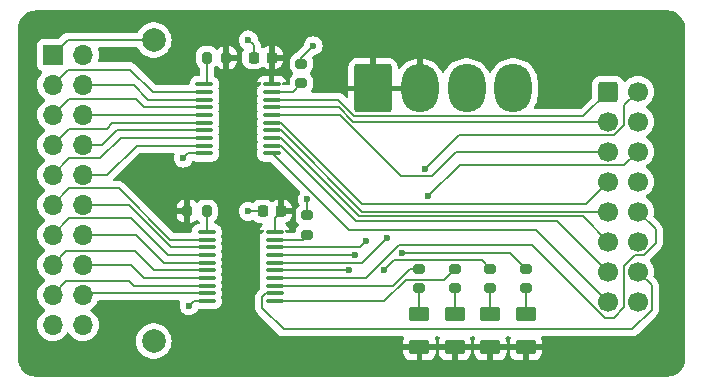
<source format=gtl>
G04 #@! TF.GenerationSoftware,KiCad,Pcbnew,8.0.8-8.0.8-0~ubuntu22.04.1*
G04 #@! TF.CreationDate,2025-01-23T22:17:41+01:00*
G04 #@! TF.ProjectId,glm5va,676c6d35-7661-42e6-9b69-6361645f7063,v1.0*
G04 #@! TF.SameCoordinates,Original*
G04 #@! TF.FileFunction,Copper,L1,Top*
G04 #@! TF.FilePolarity,Positive*
%FSLAX46Y46*%
G04 Gerber Fmt 4.6, Leading zero omitted, Abs format (unit mm)*
G04 Created by KiCad (PCBNEW 8.0.8-8.0.8-0~ubuntu22.04.1) date 2025-01-23 22:17:41*
%MOMM*%
%LPD*%
G01*
G04 APERTURE LIST*
G04 Aperture macros list*
%AMRoundRect*
0 Rectangle with rounded corners*
0 $1 Rounding radius*
0 $2 $3 $4 $5 $6 $7 $8 $9 X,Y pos of 4 corners*
0 Add a 4 corners polygon primitive as box body*
4,1,4,$2,$3,$4,$5,$6,$7,$8,$9,$2,$3,0*
0 Add four circle primitives for the rounded corners*
1,1,$1+$1,$2,$3*
1,1,$1+$1,$4,$5*
1,1,$1+$1,$6,$7*
1,1,$1+$1,$8,$9*
0 Add four rect primitives between the rounded corners*
20,1,$1+$1,$2,$3,$4,$5,0*
20,1,$1+$1,$4,$5,$6,$7,0*
20,1,$1+$1,$6,$7,$8,$9,0*
20,1,$1+$1,$8,$9,$2,$3,0*%
G04 Aperture macros list end*
G04 #@! TA.AperFunction,ComponentPad*
%ADD10RoundRect,0.250000X-0.600000X-0.600000X0.600000X-0.600000X0.600000X0.600000X-0.600000X0.600000X0*%
G04 #@! TD*
G04 #@! TA.AperFunction,ComponentPad*
%ADD11C,1.700000*%
G04 #@! TD*
G04 #@! TA.AperFunction,ComponentPad*
%ADD12R,1.700000X1.700000*%
G04 #@! TD*
G04 #@! TA.AperFunction,ComponentPad*
%ADD13O,1.700000X1.700000*%
G04 #@! TD*
G04 #@! TA.AperFunction,SMDPad,CuDef*
%ADD14RoundRect,0.225000X-0.225000X-0.250000X0.225000X-0.250000X0.225000X0.250000X-0.225000X0.250000X0*%
G04 #@! TD*
G04 #@! TA.AperFunction,SMDPad,CuDef*
%ADD15RoundRect,0.200000X0.200000X0.275000X-0.200000X0.275000X-0.200000X-0.275000X0.200000X-0.275000X0*%
G04 #@! TD*
G04 #@! TA.AperFunction,SMDPad,CuDef*
%ADD16RoundRect,0.250000X-0.625000X0.375000X-0.625000X-0.375000X0.625000X-0.375000X0.625000X0.375000X0*%
G04 #@! TD*
G04 #@! TA.AperFunction,SMDPad,CuDef*
%ADD17RoundRect,0.200000X0.275000X-0.200000X0.275000X0.200000X-0.275000X0.200000X-0.275000X-0.200000X0*%
G04 #@! TD*
G04 #@! TA.AperFunction,ComponentPad*
%ADD18C,2.000000*%
G04 #@! TD*
G04 #@! TA.AperFunction,SMDPad,CuDef*
%ADD19RoundRect,0.100000X-0.637500X-0.100000X0.637500X-0.100000X0.637500X0.100000X-0.637500X0.100000X0*%
G04 #@! TD*
G04 #@! TA.AperFunction,ComponentPad*
%ADD20RoundRect,0.250000X-1.330000X-1.800000X1.330000X-1.800000X1.330000X1.800000X-1.330000X1.800000X0*%
G04 #@! TD*
G04 #@! TA.AperFunction,ComponentPad*
%ADD21O,3.160000X4.100000*%
G04 #@! TD*
G04 #@! TA.AperFunction,ViaPad*
%ADD22C,0.600000*%
G04 #@! TD*
G04 #@! TA.AperFunction,Conductor*
%ADD23C,0.200000*%
G04 #@! TD*
G04 APERTURE END LIST*
D10*
X166960000Y-76880000D03*
D11*
X169500000Y-76880000D03*
X166960000Y-79420000D03*
X169500000Y-79420000D03*
X166960000Y-81960000D03*
X169500000Y-81960000D03*
X166960000Y-84500000D03*
X169500000Y-84500000D03*
X166960000Y-87040000D03*
X169500000Y-87040000D03*
X166960000Y-89580000D03*
X169500000Y-89580000D03*
X166960000Y-92120000D03*
X169500000Y-92120000D03*
X166960000Y-94660000D03*
X169500000Y-94660000D03*
D12*
X119960000Y-73760000D03*
D13*
X122500000Y-73760000D03*
X119960000Y-76300000D03*
X122500000Y-76300000D03*
X119960000Y-78840000D03*
X122500000Y-78840000D03*
X119960000Y-81380000D03*
X122500000Y-81380000D03*
X119960000Y-83920000D03*
X122500000Y-83920000D03*
X119960000Y-86460000D03*
X122500000Y-86460000D03*
X119960000Y-89000000D03*
X122500000Y-89000000D03*
X119960000Y-91540000D03*
X122500000Y-91540000D03*
X119960000Y-94080000D03*
X122500000Y-94080000D03*
X119960000Y-96620000D03*
X122500000Y-96620000D03*
D14*
X137725000Y-87000000D03*
X139275000Y-87000000D03*
D15*
X134650000Y-74000000D03*
X133000000Y-74000000D03*
D16*
X157000000Y-95700000D03*
X157000000Y-98500000D03*
X151000000Y-95700000D03*
X151000000Y-98500000D03*
D15*
X133000000Y-87000000D03*
X131350000Y-87000000D03*
D17*
X141500000Y-89000000D03*
X141500000Y-87350000D03*
X154000000Y-93500000D03*
X154000000Y-91850000D03*
D18*
X128500000Y-72500000D03*
D17*
X151000000Y-93500000D03*
X151000000Y-91850000D03*
X160000000Y-93500000D03*
X160000000Y-91850000D03*
D19*
X133000000Y-88750000D03*
X133000000Y-89400000D03*
X133000000Y-90050000D03*
X133000000Y-90700000D03*
X133000000Y-91350000D03*
X133000000Y-92000000D03*
X133000000Y-92650000D03*
X133000000Y-93300000D03*
X133000000Y-93950000D03*
X133000000Y-94600000D03*
X138725000Y-94600000D03*
X138725000Y-93950000D03*
X138725000Y-93300000D03*
X138725000Y-92650000D03*
X138725000Y-92000000D03*
X138725000Y-91350000D03*
X138725000Y-90700000D03*
X138725000Y-90050000D03*
X138725000Y-89400000D03*
X138725000Y-88750000D03*
D20*
X147060000Y-76605000D03*
D21*
X151020000Y-76605000D03*
X154980000Y-76605000D03*
X158940000Y-76605000D03*
D18*
X128500000Y-98000000D03*
D16*
X160000000Y-95700000D03*
X160000000Y-98500000D03*
D17*
X141000000Y-76150000D03*
X141000000Y-74500000D03*
X157000000Y-93500000D03*
X157000000Y-91850000D03*
D19*
X132775000Y-76250000D03*
X132775000Y-76900000D03*
X132775000Y-77550000D03*
X132775000Y-78200000D03*
X132775000Y-78850000D03*
X132775000Y-79500000D03*
X132775000Y-80150000D03*
X132775000Y-80800000D03*
X132775000Y-81450000D03*
X132775000Y-82100000D03*
X138500000Y-82100000D03*
X138500000Y-81450000D03*
X138500000Y-80800000D03*
X138500000Y-80150000D03*
X138500000Y-79500000D03*
X138500000Y-78850000D03*
X138500000Y-78200000D03*
X138500000Y-77550000D03*
X138500000Y-76900000D03*
X138500000Y-76250000D03*
D16*
X154000000Y-95700000D03*
X154000000Y-98500000D03*
D14*
X136950000Y-74000000D03*
X138500000Y-74000000D03*
D22*
X141500000Y-86000000D03*
X142000000Y-73000000D03*
X136500000Y-72500000D03*
X136500000Y-87000000D03*
X131000000Y-82500000D03*
X131500000Y-95000000D03*
X146500000Y-89500000D03*
X151500000Y-83385356D03*
X148250000Y-89250000D03*
X151750000Y-85750000D03*
X149500000Y-90500000D03*
X145500000Y-90700000D03*
X145000000Y-92000000D03*
X148000000Y-92000000D03*
D23*
X129984314Y-90050000D02*
X126394314Y-86460000D01*
X121350000Y-85070000D02*
X119960000Y-86460000D01*
X133000000Y-90050000D02*
X129984314Y-90050000D01*
X126394314Y-86460000D02*
X122500000Y-86460000D01*
X133000000Y-89400000D02*
X129900000Y-89400000D01*
X129900000Y-89400000D02*
X125570000Y-85070000D01*
X125570000Y-85070000D02*
X121350000Y-85070000D01*
X133000000Y-90700000D02*
X129700000Y-90700000D01*
X129700000Y-90700000D02*
X126610000Y-87610000D01*
X126610000Y-87610000D02*
X121350000Y-87610000D01*
X121350000Y-87610000D02*
X119960000Y-89000000D01*
X138725000Y-87550000D02*
X139275000Y-87000000D01*
X138725000Y-88750000D02*
X138725000Y-87550000D01*
X141000000Y-74500000D02*
X141000000Y-74000000D01*
X136950000Y-74000000D02*
X136950000Y-72950000D01*
X136950000Y-72950000D02*
X136500000Y-72500000D01*
X132775000Y-82100000D02*
X131400000Y-82100000D01*
X141500000Y-87350000D02*
X141500000Y-86000000D01*
X131400000Y-82100000D02*
X131000000Y-82500000D01*
X131900000Y-94600000D02*
X131500000Y-95000000D01*
X141000000Y-74000000D02*
X142000000Y-73000000D01*
X137725000Y-87000000D02*
X136500000Y-87000000D01*
X133000000Y-94600000D02*
X131900000Y-94600000D01*
X160000000Y-93500000D02*
X160000000Y-95700000D01*
X157000000Y-93500000D02*
X157000000Y-95700000D01*
X154000000Y-93500000D02*
X154000000Y-95700000D01*
X119960000Y-73760000D02*
X121220000Y-72500000D01*
X121220000Y-72500000D02*
X128500000Y-72500000D01*
X139237499Y-81450000D02*
X138500000Y-81450000D01*
X145627499Y-87840000D02*
X139237499Y-81450000D01*
X166960000Y-92120000D02*
X162680000Y-87840000D01*
X162680000Y-87840000D02*
X145627499Y-87840000D01*
X145950000Y-90050000D02*
X146500000Y-89500000D01*
X169500000Y-76880000D02*
X168350000Y-78030000D01*
X154315356Y-80570000D02*
X151500000Y-83385356D01*
X138725000Y-90050000D02*
X145950000Y-90050000D01*
X168350000Y-78030000D02*
X168350000Y-79656346D01*
X167436346Y-80570000D02*
X154315356Y-80570000D01*
X168350000Y-79656346D02*
X167436346Y-80570000D01*
X146137499Y-86400000D02*
X165060000Y-86400000D01*
X139237499Y-79500000D02*
X146137499Y-86400000D01*
X165060000Y-86400000D02*
X166960000Y-84500000D01*
X138500000Y-79500000D02*
X139237499Y-79500000D01*
X169500000Y-81960000D02*
X168350000Y-83110000D01*
X168350000Y-83110000D02*
X154390000Y-83110000D01*
X154390000Y-83110000D02*
X151750000Y-85750000D01*
X138725000Y-91350000D02*
X146150000Y-91350000D01*
X146150000Y-91350000D02*
X148250000Y-89250000D01*
X160900000Y-88600000D02*
X145000000Y-88600000D01*
X166960000Y-94660000D02*
X160900000Y-88600000D01*
X145000000Y-88600000D02*
X138500000Y-82100000D01*
X139237499Y-80800000D02*
X138500000Y-80800000D01*
X145877499Y-87440000D02*
X139237499Y-80800000D01*
X166960000Y-89580000D02*
X164820000Y-87440000D01*
X164820000Y-87440000D02*
X145877499Y-87440000D01*
X138500000Y-78850000D02*
X144258884Y-78850000D01*
X144258884Y-78850000D02*
X149444240Y-84035356D01*
X166960000Y-81960000D02*
X154110711Y-81960000D01*
X149444240Y-84035356D02*
X152035356Y-84035356D01*
X154110711Y-81960000D02*
X152035356Y-84035356D01*
X137687500Y-94250001D02*
X137687500Y-95187500D01*
X137987501Y-93950000D02*
X137687500Y-94250001D01*
X170650000Y-95350000D02*
X170650000Y-93270000D01*
X137687500Y-95187500D02*
X139500000Y-97000000D01*
X138725000Y-93950000D02*
X137987501Y-93950000D01*
X139500000Y-97000000D02*
X169000000Y-97000000D01*
X169000000Y-97000000D02*
X170650000Y-95350000D01*
X170650000Y-93270000D02*
X169500000Y-92120000D01*
X138500000Y-80150000D02*
X139237499Y-80150000D01*
X139237499Y-80150000D02*
X146127499Y-87040000D01*
X146127499Y-87040000D02*
X166960000Y-87040000D01*
X164885000Y-78955000D02*
X166960000Y-76880000D01*
X138500000Y-77550000D02*
X144090256Y-77550000D01*
X144090256Y-77550000D02*
X145495256Y-78955000D01*
X145495256Y-78955000D02*
X164885000Y-78955000D01*
X144174570Y-78200000D02*
X145394570Y-79420000D01*
X145394570Y-79420000D02*
X166960000Y-79420000D01*
X138500000Y-78200000D02*
X144174570Y-78200000D01*
X169976346Y-90730000D02*
X171000000Y-89706346D01*
X171000000Y-89706346D02*
X171000000Y-88540000D01*
X160523654Y-89850000D02*
X166673654Y-96000000D01*
X171000000Y-88540000D02*
X169500000Y-87040000D01*
X169263654Y-90730000D02*
X169976346Y-90730000D01*
X166673654Y-96000000D02*
X167486346Y-96000000D01*
X167486346Y-96000000D02*
X168350000Y-95136346D01*
X168350000Y-91643654D02*
X169263654Y-90730000D01*
X168350000Y-95136346D02*
X168350000Y-91643654D01*
X146430761Y-92650000D02*
X149230761Y-89850000D01*
X149230761Y-89850000D02*
X160523654Y-89850000D01*
X138725000Y-92650000D02*
X146430761Y-92650000D01*
X151000000Y-93500000D02*
X151000000Y-95700000D01*
X138725000Y-89400000D02*
X141100000Y-89400000D01*
X141100000Y-89400000D02*
X141500000Y-89000000D01*
X140250000Y-76900000D02*
X141000000Y-76150000D01*
X138500000Y-76900000D02*
X140250000Y-76900000D01*
X133000000Y-76025000D02*
X133000000Y-74000000D01*
X132775000Y-76250000D02*
X133000000Y-76025000D01*
X133000000Y-87000000D02*
X133000000Y-88750000D01*
X160000000Y-91850000D02*
X158650000Y-90500000D01*
X158650000Y-90500000D02*
X149500000Y-90500000D01*
X138725000Y-90700000D02*
X145500000Y-90700000D01*
X145000000Y-92000000D02*
X138725000Y-92000000D01*
X157000000Y-91850000D02*
X156300000Y-91150000D01*
X148850000Y-91150000D02*
X148000000Y-92000000D01*
X156300000Y-91150000D02*
X148850000Y-91150000D01*
X148031371Y-94600000D02*
X138725000Y-94600000D01*
X149831371Y-92800000D02*
X148031371Y-94600000D01*
X154000000Y-91850000D02*
X153050000Y-92800000D01*
X153050000Y-92800000D02*
X149831371Y-92800000D01*
X148765686Y-93300000D02*
X138725000Y-93300000D01*
X151000000Y-91850000D02*
X150215686Y-91850000D01*
X150215686Y-91850000D02*
X148765686Y-93300000D01*
X132775000Y-80800000D02*
X125700000Y-80800000D01*
X123970000Y-82530000D02*
X121350000Y-82530000D01*
X121350000Y-82530000D02*
X119960000Y-83920000D01*
X125700000Y-80800000D02*
X123970000Y-82530000D01*
X132775000Y-76900000D02*
X128400000Y-76900000D01*
X126500000Y-75000000D02*
X121260000Y-75000000D01*
X121260000Y-75000000D02*
X119960000Y-76300000D01*
X128400000Y-76900000D02*
X126500000Y-75000000D01*
X121110000Y-90390000D02*
X119960000Y-91540000D01*
X126890000Y-90390000D02*
X121110000Y-90390000D01*
X133000000Y-92000000D02*
X128500000Y-92000000D01*
X128500000Y-92000000D02*
X126890000Y-90390000D01*
X132775000Y-80150000D02*
X125350000Y-80150000D01*
X124120000Y-81380000D02*
X122500000Y-81380000D01*
X125350000Y-80150000D02*
X124120000Y-81380000D01*
X132775000Y-81450000D02*
X127050000Y-81450000D01*
X124580000Y-83920000D02*
X122500000Y-83920000D01*
X127050000Y-81450000D02*
X124580000Y-83920000D01*
X121110000Y-92930000D02*
X119960000Y-94080000D01*
X126800000Y-93300000D02*
X126430000Y-92930000D01*
X126430000Y-92930000D02*
X121110000Y-92930000D01*
X133000000Y-93300000D02*
X126800000Y-93300000D01*
X132775000Y-78850000D02*
X122510000Y-78850000D01*
X122510000Y-78850000D02*
X122500000Y-78840000D01*
X129350000Y-91350000D02*
X127000000Y-89000000D01*
X133000000Y-91350000D02*
X129350000Y-91350000D01*
X127000000Y-89000000D02*
X122500000Y-89000000D01*
X133000000Y-93950000D02*
X122630000Y-93950000D01*
X122630000Y-93950000D02*
X122500000Y-94080000D01*
X127650000Y-92650000D02*
X126540000Y-91540000D01*
X133000000Y-92650000D02*
X127650000Y-92650000D01*
X126540000Y-91540000D02*
X122500000Y-91540000D01*
X124500000Y-80000000D02*
X121340000Y-80000000D01*
X132775000Y-79500000D02*
X125000000Y-79500000D01*
X125000000Y-79500000D02*
X124500000Y-80000000D01*
X121340000Y-80000000D02*
X119960000Y-81380000D01*
X121300000Y-77500000D02*
X119960000Y-78840000D01*
X127000000Y-77500000D02*
X121300000Y-77500000D01*
X132775000Y-78200000D02*
X127700000Y-78200000D01*
X127700000Y-78200000D02*
X127000000Y-77500000D01*
X126800000Y-76300000D02*
X122500000Y-76300000D01*
X128050000Y-77550000D02*
X126800000Y-76300000D01*
X132775000Y-77550000D02*
X128050000Y-77550000D01*
G04 #@! TA.AperFunction,Conductor*
G36*
X150202665Y-76357064D02*
G01*
X150170000Y-76521282D01*
X150170000Y-76688718D01*
X150202665Y-76852936D01*
X150203520Y-76855000D01*
X147876480Y-76855000D01*
X147877335Y-76852936D01*
X147910000Y-76688718D01*
X147910000Y-76521282D01*
X147877335Y-76357064D01*
X147876480Y-76355000D01*
X150203520Y-76355000D01*
X150202665Y-76357064D01*
G37*
G04 #@! TD.AperFunction*
G04 #@! TA.AperFunction,Conductor*
G36*
X172004418Y-70000816D02*
G01*
X172204561Y-70015130D01*
X172222063Y-70017647D01*
X172413797Y-70059355D01*
X172430755Y-70064334D01*
X172614609Y-70132909D01*
X172630701Y-70140259D01*
X172802904Y-70234288D01*
X172817784Y-70243849D01*
X172974867Y-70361441D01*
X172988237Y-70373027D01*
X173126972Y-70511762D01*
X173138558Y-70525132D01*
X173256146Y-70682210D01*
X173265711Y-70697095D01*
X173359740Y-70869298D01*
X173367090Y-70885390D01*
X173435662Y-71069236D01*
X173440646Y-71086212D01*
X173482351Y-71277931D01*
X173484869Y-71295442D01*
X173499184Y-71495580D01*
X173499500Y-71504427D01*
X173499500Y-99495572D01*
X173499184Y-99504419D01*
X173484869Y-99704557D01*
X173482351Y-99722068D01*
X173440646Y-99913787D01*
X173435662Y-99930763D01*
X173367090Y-100114609D01*
X173359740Y-100130701D01*
X173265711Y-100302904D01*
X173256146Y-100317789D01*
X173138558Y-100474867D01*
X173126972Y-100488237D01*
X172988237Y-100626972D01*
X172974867Y-100638558D01*
X172817789Y-100756146D01*
X172802904Y-100765711D01*
X172630701Y-100859740D01*
X172614609Y-100867090D01*
X172430763Y-100935662D01*
X172413787Y-100940646D01*
X172222068Y-100982351D01*
X172204557Y-100984869D01*
X172023779Y-100997799D01*
X172004417Y-100999184D01*
X171995572Y-100999500D01*
X118504428Y-100999500D01*
X118495582Y-100999184D01*
X118473622Y-100997613D01*
X118295442Y-100984869D01*
X118277931Y-100982351D01*
X118086212Y-100940646D01*
X118069236Y-100935662D01*
X117885390Y-100867090D01*
X117869298Y-100859740D01*
X117697095Y-100765711D01*
X117682210Y-100756146D01*
X117525132Y-100638558D01*
X117511762Y-100626972D01*
X117373027Y-100488237D01*
X117361441Y-100474867D01*
X117243849Y-100317784D01*
X117234288Y-100302904D01*
X117140259Y-100130701D01*
X117132909Y-100114609D01*
X117072091Y-99951551D01*
X117064334Y-99930755D01*
X117059355Y-99913797D01*
X117017647Y-99722063D01*
X117015130Y-99704556D01*
X117008689Y-99614505D01*
X117000816Y-99504418D01*
X117000500Y-99495572D01*
X117000500Y-97999994D01*
X126994357Y-97999994D01*
X126994357Y-98000005D01*
X127014890Y-98247812D01*
X127014892Y-98247824D01*
X127075936Y-98488881D01*
X127175826Y-98716606D01*
X127311833Y-98924782D01*
X127311836Y-98924785D01*
X127480256Y-99107738D01*
X127676491Y-99260474D01*
X127895190Y-99378828D01*
X128130386Y-99459571D01*
X128375665Y-99500500D01*
X128624335Y-99500500D01*
X128869614Y-99459571D01*
X129104810Y-99378828D01*
X129323509Y-99260474D01*
X129519744Y-99107738D01*
X129687979Y-98924986D01*
X149625001Y-98924986D01*
X149635494Y-99027697D01*
X149690641Y-99194119D01*
X149690643Y-99194124D01*
X149782684Y-99343345D01*
X149906654Y-99467315D01*
X150055875Y-99559356D01*
X150055880Y-99559358D01*
X150222302Y-99614505D01*
X150222309Y-99614506D01*
X150325019Y-99624999D01*
X150749999Y-99624999D01*
X151250000Y-99624999D01*
X151674972Y-99624999D01*
X151674986Y-99624998D01*
X151777697Y-99614505D01*
X151944119Y-99559358D01*
X151944124Y-99559356D01*
X152093345Y-99467315D01*
X152217315Y-99343345D01*
X152309356Y-99194124D01*
X152309358Y-99194119D01*
X152364505Y-99027697D01*
X152364506Y-99027690D01*
X152374999Y-98924986D01*
X152625001Y-98924986D01*
X152635494Y-99027697D01*
X152690641Y-99194119D01*
X152690643Y-99194124D01*
X152782684Y-99343345D01*
X152906654Y-99467315D01*
X153055875Y-99559356D01*
X153055880Y-99559358D01*
X153222302Y-99614505D01*
X153222309Y-99614506D01*
X153325019Y-99624999D01*
X153749999Y-99624999D01*
X154250000Y-99624999D01*
X154674972Y-99624999D01*
X154674986Y-99624998D01*
X154777697Y-99614505D01*
X154944119Y-99559358D01*
X154944124Y-99559356D01*
X155093345Y-99467315D01*
X155217315Y-99343345D01*
X155309356Y-99194124D01*
X155309358Y-99194119D01*
X155364505Y-99027697D01*
X155364506Y-99027690D01*
X155374999Y-98924986D01*
X155625001Y-98924986D01*
X155635494Y-99027697D01*
X155690641Y-99194119D01*
X155690643Y-99194124D01*
X155782684Y-99343345D01*
X155906654Y-99467315D01*
X156055875Y-99559356D01*
X156055880Y-99559358D01*
X156222302Y-99614505D01*
X156222309Y-99614506D01*
X156325019Y-99624999D01*
X156749999Y-99624999D01*
X157250000Y-99624999D01*
X157674972Y-99624999D01*
X157674986Y-99624998D01*
X157777697Y-99614505D01*
X157944119Y-99559358D01*
X157944124Y-99559356D01*
X158093345Y-99467315D01*
X158217315Y-99343345D01*
X158309356Y-99194124D01*
X158309358Y-99194119D01*
X158364505Y-99027697D01*
X158364506Y-99027690D01*
X158374999Y-98924986D01*
X158625001Y-98924986D01*
X158635494Y-99027697D01*
X158690641Y-99194119D01*
X158690643Y-99194124D01*
X158782684Y-99343345D01*
X158906654Y-99467315D01*
X159055875Y-99559356D01*
X159055880Y-99559358D01*
X159222302Y-99614505D01*
X159222309Y-99614506D01*
X159325019Y-99624999D01*
X159749999Y-99624999D01*
X160250000Y-99624999D01*
X160674972Y-99624999D01*
X160674986Y-99624998D01*
X160777697Y-99614505D01*
X160944119Y-99559358D01*
X160944124Y-99559356D01*
X161093345Y-99467315D01*
X161217315Y-99343345D01*
X161309356Y-99194124D01*
X161309358Y-99194119D01*
X161364505Y-99027697D01*
X161364506Y-99027690D01*
X161374999Y-98924986D01*
X161375000Y-98924973D01*
X161375000Y-98750000D01*
X160250000Y-98750000D01*
X160250000Y-99624999D01*
X159749999Y-99624999D01*
X159750000Y-99624998D01*
X159750000Y-98750000D01*
X158625001Y-98750000D01*
X158625001Y-98924986D01*
X158374999Y-98924986D01*
X158375000Y-98924973D01*
X158375000Y-98750000D01*
X157250000Y-98750000D01*
X157250000Y-99624999D01*
X156749999Y-99624999D01*
X156750000Y-99624998D01*
X156750000Y-98750000D01*
X155625001Y-98750000D01*
X155625001Y-98924986D01*
X155374999Y-98924986D01*
X155375000Y-98924973D01*
X155375000Y-98750000D01*
X154250000Y-98750000D01*
X154250000Y-99624999D01*
X153749999Y-99624999D01*
X153750000Y-99624998D01*
X153750000Y-98750000D01*
X152625001Y-98750000D01*
X152625001Y-98924986D01*
X152374999Y-98924986D01*
X152375000Y-98924973D01*
X152375000Y-98750000D01*
X151250000Y-98750000D01*
X151250000Y-99624999D01*
X150749999Y-99624999D01*
X150750000Y-99624998D01*
X150750000Y-98750000D01*
X149625001Y-98750000D01*
X149625001Y-98924986D01*
X129687979Y-98924986D01*
X129688164Y-98924785D01*
X129824173Y-98716607D01*
X129924063Y-98488881D01*
X129985108Y-98247821D01*
X129999426Y-98075028D01*
X130005643Y-98000005D01*
X130005643Y-97999994D01*
X129985109Y-97752187D01*
X129985107Y-97752175D01*
X129924063Y-97511118D01*
X129824173Y-97283393D01*
X129688166Y-97075217D01*
X129666557Y-97051744D01*
X129519744Y-96892262D01*
X129323509Y-96739526D01*
X129323507Y-96739525D01*
X129323506Y-96739524D01*
X129104811Y-96621172D01*
X129104802Y-96621169D01*
X128869616Y-96540429D01*
X128624335Y-96499500D01*
X128375665Y-96499500D01*
X128130383Y-96540429D01*
X127895197Y-96621169D01*
X127895188Y-96621172D01*
X127676493Y-96739524D01*
X127480257Y-96892261D01*
X127311833Y-97075217D01*
X127175826Y-97283393D01*
X127075936Y-97511118D01*
X127014892Y-97752175D01*
X127014890Y-97752187D01*
X126994357Y-97999994D01*
X117000500Y-97999994D01*
X117000500Y-76299999D01*
X118604341Y-76299999D01*
X118604341Y-76300000D01*
X118624936Y-76535403D01*
X118624938Y-76535413D01*
X118686094Y-76763655D01*
X118686096Y-76763659D01*
X118686097Y-76763663D01*
X118785965Y-76977830D01*
X118785967Y-76977834D01*
X118921501Y-77171395D01*
X118921506Y-77171402D01*
X119088597Y-77338493D01*
X119088603Y-77338498D01*
X119274158Y-77468425D01*
X119317783Y-77523002D01*
X119324977Y-77592500D01*
X119293454Y-77654855D01*
X119274158Y-77671575D01*
X119088597Y-77801505D01*
X118921505Y-77968597D01*
X118785965Y-78162169D01*
X118785964Y-78162171D01*
X118686098Y-78376335D01*
X118686094Y-78376344D01*
X118624938Y-78604586D01*
X118624936Y-78604596D01*
X118604341Y-78839999D01*
X118604341Y-78840000D01*
X118624936Y-79075403D01*
X118624938Y-79075413D01*
X118686094Y-79303655D01*
X118686096Y-79303659D01*
X118686097Y-79303663D01*
X118754716Y-79450816D01*
X118785965Y-79517830D01*
X118785967Y-79517834D01*
X118921501Y-79711395D01*
X118921506Y-79711402D01*
X119088597Y-79878493D01*
X119088603Y-79878498D01*
X119274158Y-80008425D01*
X119317783Y-80063002D01*
X119324977Y-80132500D01*
X119293454Y-80194855D01*
X119274158Y-80211575D01*
X119088597Y-80341505D01*
X118921505Y-80508597D01*
X118785965Y-80702169D01*
X118785964Y-80702171D01*
X118686098Y-80916335D01*
X118686094Y-80916344D01*
X118624938Y-81144586D01*
X118624936Y-81144596D01*
X118604341Y-81379999D01*
X118604341Y-81380000D01*
X118624936Y-81615403D01*
X118624938Y-81615413D01*
X118686094Y-81843655D01*
X118686096Y-81843659D01*
X118686097Y-81843663D01*
X118782547Y-82050500D01*
X118785965Y-82057830D01*
X118785967Y-82057834D01*
X118850838Y-82150478D01*
X118913074Y-82239361D01*
X118921501Y-82251395D01*
X118921506Y-82251402D01*
X119088597Y-82418493D01*
X119088603Y-82418498D01*
X119274158Y-82548425D01*
X119317783Y-82603002D01*
X119324977Y-82672500D01*
X119293454Y-82734855D01*
X119274158Y-82751575D01*
X119088597Y-82881505D01*
X118921505Y-83048597D01*
X118785965Y-83242169D01*
X118785964Y-83242171D01*
X118686098Y-83456335D01*
X118686094Y-83456344D01*
X118624938Y-83684586D01*
X118624936Y-83684596D01*
X118604341Y-83919999D01*
X118604341Y-83920000D01*
X118624936Y-84155403D01*
X118624938Y-84155413D01*
X118686094Y-84383655D01*
X118686096Y-84383659D01*
X118686097Y-84383663D01*
X118749906Y-84520501D01*
X118785965Y-84597830D01*
X118785967Y-84597834D01*
X118921501Y-84791395D01*
X118921506Y-84791402D01*
X119088597Y-84958493D01*
X119088603Y-84958498D01*
X119274158Y-85088425D01*
X119317783Y-85143002D01*
X119324977Y-85212500D01*
X119293454Y-85274855D01*
X119274158Y-85291575D01*
X119088597Y-85421505D01*
X118921505Y-85588597D01*
X118785965Y-85782169D01*
X118785964Y-85782171D01*
X118686098Y-85996335D01*
X118686094Y-85996344D01*
X118624938Y-86224586D01*
X118624936Y-86224596D01*
X118604341Y-86459999D01*
X118604341Y-86460000D01*
X118624936Y-86695403D01*
X118624938Y-86695413D01*
X118686094Y-86923655D01*
X118686096Y-86923659D01*
X118686097Y-86923663D01*
X118765240Y-87093386D01*
X118785965Y-87137830D01*
X118785967Y-87137834D01*
X118921501Y-87331395D01*
X118921506Y-87331402D01*
X119088597Y-87498493D01*
X119088603Y-87498498D01*
X119274158Y-87628425D01*
X119317783Y-87683002D01*
X119324977Y-87752500D01*
X119293454Y-87814855D01*
X119274158Y-87831575D01*
X119088597Y-87961505D01*
X118921505Y-88128597D01*
X118785965Y-88322169D01*
X118785964Y-88322171D01*
X118686098Y-88536335D01*
X118686094Y-88536344D01*
X118624938Y-88764586D01*
X118624936Y-88764596D01*
X118604341Y-88999999D01*
X118604341Y-89000000D01*
X118624936Y-89235403D01*
X118624938Y-89235413D01*
X118686094Y-89463655D01*
X118686096Y-89463659D01*
X118686097Y-89463663D01*
X118753330Y-89607844D01*
X118785965Y-89677830D01*
X118785967Y-89677834D01*
X118921501Y-89871395D01*
X118921506Y-89871402D01*
X119088597Y-90038493D01*
X119088603Y-90038498D01*
X119274158Y-90168425D01*
X119317783Y-90223002D01*
X119324977Y-90292500D01*
X119293454Y-90354855D01*
X119274158Y-90371575D01*
X119088597Y-90501505D01*
X118921505Y-90668597D01*
X118785965Y-90862169D01*
X118785964Y-90862171D01*
X118686098Y-91076335D01*
X118686094Y-91076344D01*
X118624938Y-91304586D01*
X118624936Y-91304596D01*
X118604341Y-91539999D01*
X118604341Y-91540000D01*
X118624936Y-91775403D01*
X118624938Y-91775413D01*
X118686094Y-92003655D01*
X118686096Y-92003659D01*
X118686097Y-92003663D01*
X118753330Y-92147844D01*
X118785965Y-92217830D01*
X118785967Y-92217834D01*
X118921501Y-92411395D01*
X118921506Y-92411402D01*
X119088597Y-92578493D01*
X119088603Y-92578498D01*
X119274158Y-92708425D01*
X119317783Y-92763002D01*
X119324977Y-92832500D01*
X119293454Y-92894855D01*
X119274158Y-92911575D01*
X119088597Y-93041505D01*
X118921505Y-93208597D01*
X118785965Y-93402169D01*
X118785964Y-93402171D01*
X118686098Y-93616335D01*
X118686094Y-93616344D01*
X118624938Y-93844586D01*
X118624936Y-93844596D01*
X118604341Y-94079999D01*
X118604341Y-94080000D01*
X118624936Y-94315403D01*
X118624938Y-94315413D01*
X118686094Y-94543655D01*
X118686096Y-94543659D01*
X118686097Y-94543663D01*
X118766004Y-94715023D01*
X118785965Y-94757830D01*
X118785967Y-94757834D01*
X118855238Y-94856762D01*
X118921501Y-94951396D01*
X118921506Y-94951402D01*
X119088597Y-95118493D01*
X119088603Y-95118498D01*
X119274158Y-95248425D01*
X119317783Y-95303002D01*
X119324977Y-95372500D01*
X119293454Y-95434855D01*
X119274158Y-95451575D01*
X119088597Y-95581505D01*
X118921505Y-95748597D01*
X118785965Y-95942169D01*
X118785964Y-95942171D01*
X118686098Y-96156335D01*
X118686094Y-96156344D01*
X118624938Y-96384586D01*
X118624936Y-96384596D01*
X118604341Y-96619999D01*
X118604341Y-96620000D01*
X118624936Y-96855403D01*
X118624938Y-96855413D01*
X118686094Y-97083655D01*
X118686096Y-97083659D01*
X118686097Y-97083663D01*
X118690000Y-97092032D01*
X118785965Y-97297830D01*
X118785967Y-97297834D01*
X118835600Y-97368716D01*
X118921505Y-97491401D01*
X119088599Y-97658495D01*
X119109299Y-97672989D01*
X119282165Y-97794032D01*
X119282167Y-97794033D01*
X119282170Y-97794035D01*
X119496337Y-97893903D01*
X119724592Y-97955063D01*
X119912918Y-97971539D01*
X119959999Y-97975659D01*
X119960000Y-97975659D01*
X119960001Y-97975659D01*
X119999234Y-97972226D01*
X120195408Y-97955063D01*
X120423663Y-97893903D01*
X120637830Y-97794035D01*
X120831401Y-97658495D01*
X120998495Y-97491401D01*
X121128425Y-97305842D01*
X121183002Y-97262217D01*
X121252500Y-97255023D01*
X121314855Y-97286546D01*
X121331575Y-97305842D01*
X121461500Y-97491395D01*
X121461505Y-97491401D01*
X121628599Y-97658495D01*
X121649299Y-97672989D01*
X121822165Y-97794032D01*
X121822167Y-97794033D01*
X121822170Y-97794035D01*
X122036337Y-97893903D01*
X122264592Y-97955063D01*
X122452918Y-97971539D01*
X122499999Y-97975659D01*
X122500000Y-97975659D01*
X122500001Y-97975659D01*
X122539234Y-97972226D01*
X122735408Y-97955063D01*
X122963663Y-97893903D01*
X123177830Y-97794035D01*
X123371401Y-97658495D01*
X123538495Y-97491401D01*
X123674035Y-97297830D01*
X123773903Y-97083663D01*
X123835063Y-96855408D01*
X123855659Y-96620000D01*
X123835063Y-96384592D01*
X123784074Y-96194297D01*
X123773905Y-96156344D01*
X123773904Y-96156343D01*
X123773903Y-96156337D01*
X123674035Y-95942171D01*
X123668425Y-95934158D01*
X123538494Y-95748597D01*
X123371402Y-95581506D01*
X123371396Y-95581501D01*
X123185842Y-95451575D01*
X123142217Y-95396998D01*
X123135023Y-95327500D01*
X123166546Y-95265145D01*
X123185842Y-95248425D01*
X123254286Y-95200500D01*
X123371401Y-95118495D01*
X123538495Y-94951401D01*
X123674035Y-94757830D01*
X123706373Y-94688480D01*
X123737330Y-94622095D01*
X123783503Y-94569656D01*
X123849712Y-94550500D01*
X130634433Y-94550500D01*
X130701472Y-94570185D01*
X130747227Y-94622989D01*
X130757171Y-94692147D01*
X130751474Y-94715455D01*
X130714633Y-94820737D01*
X130714630Y-94820750D01*
X130694435Y-94999996D01*
X130694435Y-95000003D01*
X130714630Y-95179249D01*
X130714631Y-95179254D01*
X130774211Y-95349523D01*
X130834810Y-95445965D01*
X130870184Y-95502262D01*
X130997738Y-95629816D01*
X131150478Y-95725789D01*
X131253017Y-95761669D01*
X131320745Y-95785368D01*
X131320750Y-95785369D01*
X131499996Y-95805565D01*
X131500000Y-95805565D01*
X131500004Y-95805565D01*
X131679249Y-95785369D01*
X131679252Y-95785368D01*
X131679255Y-95785368D01*
X131849522Y-95725789D01*
X132002262Y-95629816D01*
X132129816Y-95502262D01*
X132220131Y-95358525D01*
X132272463Y-95312236D01*
X132325118Y-95300499D01*
X133676860Y-95300499D01*
X133676863Y-95300499D01*
X133794253Y-95285046D01*
X133794257Y-95285044D01*
X133794262Y-95285044D01*
X133940341Y-95224536D01*
X134065782Y-95128282D01*
X134162036Y-95002841D01*
X134222544Y-94856762D01*
X134238000Y-94739361D01*
X134237999Y-94460640D01*
X134222544Y-94343238D01*
X134220813Y-94339060D01*
X134216891Y-94329592D01*
X134213934Y-94322454D01*
X134206465Y-94252986D01*
X134213935Y-94227545D01*
X134222544Y-94206762D01*
X134238000Y-94089361D01*
X134237999Y-93810640D01*
X134222544Y-93693238D01*
X134213934Y-93672454D01*
X134206465Y-93602986D01*
X134213935Y-93577545D01*
X134214036Y-93577301D01*
X134222544Y-93556762D01*
X134238000Y-93439361D01*
X134237999Y-93160640D01*
X134222544Y-93043238D01*
X134222542Y-93043234D01*
X134213935Y-93022455D01*
X134206465Y-92952986D01*
X134213935Y-92927545D01*
X134220550Y-92911575D01*
X134222544Y-92906762D01*
X134238000Y-92789361D01*
X134237999Y-92510640D01*
X134222544Y-92393238D01*
X134222542Y-92393234D01*
X134213935Y-92372455D01*
X134206465Y-92302986D01*
X134213935Y-92277545D01*
X134222544Y-92256762D01*
X134238000Y-92139361D01*
X134237999Y-91860640D01*
X134222544Y-91743238D01*
X134222542Y-91743234D01*
X134213935Y-91722455D01*
X134206465Y-91652986D01*
X134213935Y-91627545D01*
X134222544Y-91606762D01*
X134238000Y-91489361D01*
X134237999Y-91210640D01*
X134222544Y-91093238D01*
X134222542Y-91093234D01*
X134213935Y-91072455D01*
X134206465Y-91002986D01*
X134213935Y-90977545D01*
X134213989Y-90977415D01*
X134222544Y-90956762D01*
X134238000Y-90839361D01*
X134237999Y-90560640D01*
X134222544Y-90443238D01*
X134222542Y-90443234D01*
X134213935Y-90422455D01*
X134206465Y-90352986D01*
X134213935Y-90327545D01*
X134222544Y-90306762D01*
X134238000Y-90189361D01*
X134237999Y-89910640D01*
X134222544Y-89793238D01*
X134222542Y-89793234D01*
X134213935Y-89772455D01*
X134206465Y-89702986D01*
X134213935Y-89677545D01*
X134222544Y-89656762D01*
X134238000Y-89539361D01*
X134237999Y-89260640D01*
X134236532Y-89249499D01*
X134230082Y-89200499D01*
X134222544Y-89143238D01*
X134213934Y-89122454D01*
X134206465Y-89052986D01*
X134213935Y-89027545D01*
X134214204Y-89026895D01*
X134222544Y-89006762D01*
X134238000Y-88889361D01*
X134237999Y-88610640D01*
X134237999Y-88610638D01*
X134237999Y-88610636D01*
X134222546Y-88493246D01*
X134222544Y-88493239D01*
X134222544Y-88493238D01*
X134162036Y-88347159D01*
X134065782Y-88221718D01*
X133940341Y-88125464D01*
X133794262Y-88064956D01*
X133780626Y-88063160D01*
X133708313Y-88053640D01*
X133644417Y-88025373D01*
X133605947Y-87967048D01*
X133600500Y-87930701D01*
X133600500Y-87916519D01*
X133620185Y-87849480D01*
X133636814Y-87828842D01*
X133755472Y-87710185D01*
X133843478Y-87564606D01*
X133894086Y-87402196D01*
X133900500Y-87331616D01*
X133900500Y-86999996D01*
X135694435Y-86999996D01*
X135694435Y-87000000D01*
X135714630Y-87179249D01*
X135714631Y-87179254D01*
X135774211Y-87349523D01*
X135807308Y-87402196D01*
X135870184Y-87502262D01*
X135997738Y-87629816D01*
X136073136Y-87677192D01*
X136150073Y-87725535D01*
X136150478Y-87725789D01*
X136320739Y-87785366D01*
X136320745Y-87785368D01*
X136320750Y-87785369D01*
X136499996Y-87805565D01*
X136500000Y-87805565D01*
X136500004Y-87805565D01*
X136679249Y-87785369D01*
X136679251Y-87785368D01*
X136679255Y-87785368D01*
X136679258Y-87785366D01*
X136679262Y-87785366D01*
X136780245Y-87750029D01*
X136849522Y-87725789D01*
X136849523Y-87725788D01*
X136850247Y-87725535D01*
X136920025Y-87721972D01*
X136978883Y-87754895D01*
X137046955Y-87822967D01*
X137046959Y-87822970D01*
X137191294Y-87911998D01*
X137191297Y-87911999D01*
X137191303Y-87912003D01*
X137352292Y-87965349D01*
X137451655Y-87975500D01*
X137615627Y-87975499D01*
X137682665Y-87995183D01*
X137728420Y-88047987D01*
X137738364Y-88117145D01*
X137709339Y-88180701D01*
X137691114Y-88197873D01*
X137659578Y-88222072D01*
X137563399Y-88347413D01*
X137502944Y-88493368D01*
X137495487Y-88550000D01*
X137713197Y-88550000D01*
X137780236Y-88569685D01*
X137825991Y-88622489D01*
X137835935Y-88691647D01*
X137806910Y-88755203D01*
X137788684Y-88772376D01*
X137784660Y-88775463D01*
X137784659Y-88775464D01*
X137778989Y-88779815D01*
X137659215Y-88871720D01*
X137636375Y-88901487D01*
X137579947Y-88942690D01*
X137538000Y-88950000D01*
X137495490Y-88950000D01*
X137495488Y-88950001D01*
X137502941Y-89006622D01*
X137502945Y-89006634D01*
X137511337Y-89026895D01*
X137518804Y-89096364D01*
X137511338Y-89121794D01*
X137502456Y-89143238D01*
X137502455Y-89143239D01*
X137487000Y-89260638D01*
X137487000Y-89539363D01*
X137502453Y-89656753D01*
X137502457Y-89656765D01*
X137511066Y-89677550D01*
X137518533Y-89747019D01*
X137511066Y-89772450D01*
X137502457Y-89793234D01*
X137502455Y-89793239D01*
X137487000Y-89910638D01*
X137487000Y-90189363D01*
X137502453Y-90306753D01*
X137502457Y-90306765D01*
X137511066Y-90327550D01*
X137518533Y-90397019D01*
X137511066Y-90422450D01*
X137502457Y-90443234D01*
X137502455Y-90443239D01*
X137487000Y-90560638D01*
X137487000Y-90839363D01*
X137502453Y-90956753D01*
X137502457Y-90956765D01*
X137511066Y-90977550D01*
X137518533Y-91047019D01*
X137511066Y-91072450D01*
X137502457Y-91093234D01*
X137502455Y-91093239D01*
X137487000Y-91210638D01*
X137487000Y-91489363D01*
X137502453Y-91606753D01*
X137502457Y-91606765D01*
X137511066Y-91627550D01*
X137518533Y-91697019D01*
X137511066Y-91722450D01*
X137502457Y-91743234D01*
X137502455Y-91743239D01*
X137487000Y-91860638D01*
X137487000Y-92139363D01*
X137502453Y-92256753D01*
X137502457Y-92256765D01*
X137511066Y-92277550D01*
X137518533Y-92347019D01*
X137511066Y-92372450D01*
X137502457Y-92393234D01*
X137502455Y-92393239D01*
X137487000Y-92510638D01*
X137487000Y-92789363D01*
X137502453Y-92906753D01*
X137502457Y-92906765D01*
X137511066Y-92927550D01*
X137518533Y-92997019D01*
X137511066Y-93022450D01*
X137502457Y-93043234D01*
X137502455Y-93043239D01*
X137487000Y-93160638D01*
X137487000Y-93439363D01*
X137497853Y-93521805D01*
X137487086Y-93590840D01*
X137462596Y-93625669D01*
X137318786Y-93769479D01*
X137206981Y-93881283D01*
X137206979Y-93881286D01*
X137156861Y-93968095D01*
X137156859Y-93968097D01*
X137127925Y-94018210D01*
X137127924Y-94018211D01*
X137127923Y-94018216D01*
X137086999Y-94170944D01*
X137086999Y-94170946D01*
X137086999Y-94339047D01*
X137087000Y-94339060D01*
X137087000Y-95100830D01*
X137086999Y-95100848D01*
X137086999Y-95266554D01*
X137086998Y-95266554D01*
X137127923Y-95419284D01*
X137127924Y-95419288D01*
X137133562Y-95429053D01*
X137133565Y-95429057D01*
X137206977Y-95556212D01*
X137206981Y-95556217D01*
X137325849Y-95675085D01*
X137325855Y-95675090D01*
X139015139Y-97364374D01*
X139015149Y-97364385D01*
X139019479Y-97368715D01*
X139019480Y-97368716D01*
X139131284Y-97480520D01*
X139218095Y-97530639D01*
X139218097Y-97530641D01*
X139256151Y-97552611D01*
X139268215Y-97559577D01*
X139420943Y-97600500D01*
X149595146Y-97600500D01*
X149662185Y-97620185D01*
X149707940Y-97672989D01*
X149717884Y-97742147D01*
X149700684Y-97789598D01*
X149690644Y-97805873D01*
X149690641Y-97805880D01*
X149635494Y-97972302D01*
X149635493Y-97972309D01*
X149625000Y-98075013D01*
X149625000Y-98250000D01*
X152374999Y-98250000D01*
X152374999Y-98075028D01*
X152374998Y-98075013D01*
X152364505Y-97972302D01*
X152309358Y-97805880D01*
X152309355Y-97805873D01*
X152299316Y-97789598D01*
X152280875Y-97722206D01*
X152301797Y-97655542D01*
X152355438Y-97610772D01*
X152404854Y-97600500D01*
X152595146Y-97600500D01*
X152662185Y-97620185D01*
X152707940Y-97672989D01*
X152717884Y-97742147D01*
X152700684Y-97789598D01*
X152690644Y-97805873D01*
X152690641Y-97805880D01*
X152635494Y-97972302D01*
X152635493Y-97972309D01*
X152625000Y-98075013D01*
X152625000Y-98250000D01*
X155374999Y-98250000D01*
X155374999Y-98075028D01*
X155374998Y-98075013D01*
X155364505Y-97972302D01*
X155309358Y-97805880D01*
X155309355Y-97805873D01*
X155299316Y-97789598D01*
X155280875Y-97722206D01*
X155301797Y-97655542D01*
X155355438Y-97610772D01*
X155404854Y-97600500D01*
X155595146Y-97600500D01*
X155662185Y-97620185D01*
X155707940Y-97672989D01*
X155717884Y-97742147D01*
X155700684Y-97789598D01*
X155690644Y-97805873D01*
X155690641Y-97805880D01*
X155635494Y-97972302D01*
X155635493Y-97972309D01*
X155625000Y-98075013D01*
X155625000Y-98250000D01*
X158374999Y-98250000D01*
X158374999Y-98075028D01*
X158374998Y-98075013D01*
X158364505Y-97972302D01*
X158309358Y-97805880D01*
X158309355Y-97805873D01*
X158299316Y-97789598D01*
X158280875Y-97722206D01*
X158301797Y-97655542D01*
X158355438Y-97610772D01*
X158404854Y-97600500D01*
X158595146Y-97600500D01*
X158662185Y-97620185D01*
X158707940Y-97672989D01*
X158717884Y-97742147D01*
X158700684Y-97789598D01*
X158690644Y-97805873D01*
X158690641Y-97805880D01*
X158635494Y-97972302D01*
X158635493Y-97972309D01*
X158625000Y-98075013D01*
X158625000Y-98250000D01*
X161374999Y-98250000D01*
X161374999Y-98075028D01*
X161374998Y-98075013D01*
X161364505Y-97972302D01*
X161309358Y-97805880D01*
X161309355Y-97805873D01*
X161299316Y-97789598D01*
X161280875Y-97722206D01*
X161301797Y-97655542D01*
X161355438Y-97610772D01*
X161404854Y-97600500D01*
X168913331Y-97600500D01*
X168913347Y-97600501D01*
X168920943Y-97600501D01*
X169079054Y-97600501D01*
X169079057Y-97600501D01*
X169231785Y-97559577D01*
X169281904Y-97530639D01*
X169368716Y-97480520D01*
X169480520Y-97368716D01*
X169480520Y-97368714D01*
X169490728Y-97358507D01*
X169490730Y-97358504D01*
X171008506Y-95840728D01*
X171008511Y-95840724D01*
X171018714Y-95830520D01*
X171018716Y-95830520D01*
X171130520Y-95718716D01*
X171209577Y-95581784D01*
X171245970Y-95445965D01*
X171250500Y-95429058D01*
X171250500Y-95270943D01*
X171250500Y-93359060D01*
X171250501Y-93359047D01*
X171250501Y-93190944D01*
X171245641Y-93172807D01*
X171209577Y-93038216D01*
X171209573Y-93038209D01*
X171130524Y-92901290D01*
X171130518Y-92901282D01*
X170832766Y-92603530D01*
X170799281Y-92542207D01*
X170800672Y-92483755D01*
X170820059Y-92411402D01*
X170835063Y-92355408D01*
X170855659Y-92120000D01*
X170835063Y-91884592D01*
X170784804Y-91697019D01*
X170773905Y-91656344D01*
X170773904Y-91656343D01*
X170773903Y-91656337D01*
X170674035Y-91442171D01*
X170616775Y-91360394D01*
X170538494Y-91248597D01*
X170510419Y-91220522D01*
X170476934Y-91159199D01*
X170481918Y-91089507D01*
X170510417Y-91045162D01*
X171358506Y-90197074D01*
X171358511Y-90197070D01*
X171368714Y-90186866D01*
X171368716Y-90186866D01*
X171480520Y-90075062D01*
X171559577Y-89938130D01*
X171599402Y-89789500D01*
X171599402Y-89789499D01*
X171599408Y-89789500D01*
X171599408Y-89789474D01*
X171600500Y-89785404D01*
X171600500Y-89627289D01*
X171600500Y-88460943D01*
X171559577Y-88308216D01*
X171533288Y-88262681D01*
X171480524Y-88171290D01*
X171480521Y-88171286D01*
X171480520Y-88171284D01*
X171368716Y-88059480D01*
X171368715Y-88059479D01*
X171364385Y-88055149D01*
X171364374Y-88055139D01*
X170832766Y-87523531D01*
X170799281Y-87462208D01*
X170800672Y-87403757D01*
X170820002Y-87331616D01*
X170835063Y-87275408D01*
X170855659Y-87040000D01*
X170835063Y-86804592D01*
X170773903Y-86576337D01*
X170674035Y-86362171D01*
X170668425Y-86354158D01*
X170538494Y-86168597D01*
X170371402Y-86001506D01*
X170371396Y-86001501D01*
X170185842Y-85871575D01*
X170142217Y-85816998D01*
X170135023Y-85747500D01*
X170166546Y-85685145D01*
X170185842Y-85668425D01*
X170211476Y-85650476D01*
X170371401Y-85538495D01*
X170538495Y-85371401D01*
X170674035Y-85177830D01*
X170773903Y-84963663D01*
X170835063Y-84735408D01*
X170855659Y-84500000D01*
X170835063Y-84264592D01*
X170773903Y-84036337D01*
X170674035Y-83822171D01*
X170621274Y-83746819D01*
X170538494Y-83628597D01*
X170371402Y-83461506D01*
X170371396Y-83461501D01*
X170185842Y-83331575D01*
X170142217Y-83276998D01*
X170135023Y-83207500D01*
X170166546Y-83145145D01*
X170185842Y-83128425D01*
X170208026Y-83112891D01*
X170371401Y-82998495D01*
X170538495Y-82831401D01*
X170674035Y-82637830D01*
X170773903Y-82423663D01*
X170835063Y-82195408D01*
X170855659Y-81960000D01*
X170835063Y-81724592D01*
X170773903Y-81496337D01*
X170674035Y-81282171D01*
X170668425Y-81274158D01*
X170538494Y-81088597D01*
X170371402Y-80921506D01*
X170371396Y-80921501D01*
X170185842Y-80791575D01*
X170142217Y-80736998D01*
X170135023Y-80667500D01*
X170166546Y-80605145D01*
X170185842Y-80588425D01*
X170250374Y-80543239D01*
X170371401Y-80458495D01*
X170538495Y-80291401D01*
X170674035Y-80097830D01*
X170773903Y-79883663D01*
X170835063Y-79655408D01*
X170855659Y-79420000D01*
X170835063Y-79184592D01*
X170773903Y-78956337D01*
X170674035Y-78742171D01*
X170651957Y-78710639D01*
X170538494Y-78548597D01*
X170371402Y-78381506D01*
X170371396Y-78381501D01*
X170185842Y-78251575D01*
X170142217Y-78196998D01*
X170135023Y-78127500D01*
X170166546Y-78065145D01*
X170185842Y-78048425D01*
X170259057Y-77997159D01*
X170371401Y-77918495D01*
X170538495Y-77751401D01*
X170674035Y-77557830D01*
X170773903Y-77343663D01*
X170835063Y-77115408D01*
X170855659Y-76880000D01*
X170855397Y-76877011D01*
X170848488Y-76798039D01*
X170835063Y-76644592D01*
X170773903Y-76416337D01*
X170674035Y-76202171D01*
X170672166Y-76199501D01*
X170538494Y-76008597D01*
X170371402Y-75841506D01*
X170371395Y-75841501D01*
X170344697Y-75822807D01*
X170294510Y-75787665D01*
X170177834Y-75705967D01*
X170177830Y-75705965D01*
X170137777Y-75687288D01*
X169963663Y-75606097D01*
X169963659Y-75606096D01*
X169963655Y-75606094D01*
X169735413Y-75544938D01*
X169735403Y-75544936D01*
X169500001Y-75524341D01*
X169499999Y-75524341D01*
X169264596Y-75544936D01*
X169264586Y-75544938D01*
X169036344Y-75606094D01*
X169036335Y-75606098D01*
X168822171Y-75705964D01*
X168822169Y-75705965D01*
X168628597Y-75841505D01*
X168461503Y-76008599D01*
X168460349Y-76009975D01*
X168459688Y-76010414D01*
X168457676Y-76012427D01*
X168457271Y-76012022D01*
X168402173Y-76048671D01*
X168332312Y-76049772D01*
X168272946Y-76012928D01*
X168247663Y-75969265D01*
X168244814Y-75960666D01*
X168152712Y-75811344D01*
X168028656Y-75687288D01*
X167902703Y-75609600D01*
X167879336Y-75595187D01*
X167879331Y-75595185D01*
X167827153Y-75577895D01*
X167712797Y-75540001D01*
X167712795Y-75540000D01*
X167610010Y-75529500D01*
X166309998Y-75529500D01*
X166309981Y-75529501D01*
X166207203Y-75540000D01*
X166207200Y-75540001D01*
X166040668Y-75595185D01*
X166040663Y-75595187D01*
X165891342Y-75687289D01*
X165767289Y-75811342D01*
X165675187Y-75960663D01*
X165675185Y-75960668D01*
X165658701Y-76010414D01*
X165620001Y-76127203D01*
X165620001Y-76127204D01*
X165620000Y-76127204D01*
X165609500Y-76229983D01*
X165609500Y-77329902D01*
X165589815Y-77396941D01*
X165573181Y-77417583D01*
X164672584Y-78318181D01*
X164611261Y-78351666D01*
X164584903Y-78354500D01*
X160818409Y-78354500D01*
X160751370Y-78334815D01*
X160705615Y-78282011D01*
X160695671Y-78212853D01*
X160711022Y-78168500D01*
X160809945Y-77997159D01*
X160809947Y-77997156D01*
X160914315Y-77745190D01*
X160984902Y-77481756D01*
X161020500Y-77211363D01*
X161020500Y-75998637D01*
X160984902Y-75728244D01*
X160914315Y-75464810D01*
X160838454Y-75281666D01*
X160809952Y-75212855D01*
X160809945Y-75212840D01*
X160673584Y-74976656D01*
X160507560Y-74760289D01*
X160507554Y-74760282D01*
X160314717Y-74567445D01*
X160314710Y-74567439D01*
X160098343Y-74401415D01*
X159862159Y-74265054D01*
X159862144Y-74265047D01*
X159610188Y-74160684D01*
X159346754Y-74090097D01*
X159076372Y-74054501D01*
X159076369Y-74054500D01*
X159076363Y-74054500D01*
X158803637Y-74054500D01*
X158803631Y-74054500D01*
X158803627Y-74054501D01*
X158533245Y-74090097D01*
X158269811Y-74160684D01*
X158017855Y-74265047D01*
X158017840Y-74265054D01*
X157781656Y-74401415D01*
X157565289Y-74567439D01*
X157565282Y-74567445D01*
X157372445Y-74760282D01*
X157372439Y-74760289D01*
X157206415Y-74976656D01*
X157068023Y-75216360D01*
X157066585Y-75215530D01*
X157023885Y-75261926D01*
X156956286Y-75279593D01*
X156889866Y-75257909D01*
X156853234Y-75215634D01*
X156851977Y-75216360D01*
X156713584Y-74976656D01*
X156547560Y-74760289D01*
X156547554Y-74760282D01*
X156354717Y-74567445D01*
X156354710Y-74567439D01*
X156138343Y-74401415D01*
X155902159Y-74265054D01*
X155902144Y-74265047D01*
X155650188Y-74160684D01*
X155386754Y-74090097D01*
X155116372Y-74054501D01*
X155116369Y-74054500D01*
X155116363Y-74054500D01*
X154843637Y-74054500D01*
X154843631Y-74054500D01*
X154843627Y-74054501D01*
X154573245Y-74090097D01*
X154309811Y-74160684D01*
X154057855Y-74265047D01*
X154057840Y-74265054D01*
X153821656Y-74401415D01*
X153605289Y-74567439D01*
X153605282Y-74567445D01*
X153412445Y-74760282D01*
X153412439Y-74760289D01*
X153246415Y-74976656D01*
X153108023Y-75216360D01*
X153106750Y-75215625D01*
X153063571Y-75262512D01*
X152995966Y-75280158D01*
X152929553Y-75258453D01*
X152892707Y-75215901D01*
X152891528Y-75216582D01*
X152753168Y-74976933D01*
X152587181Y-74760617D01*
X152587174Y-74760609D01*
X152394391Y-74567826D01*
X152394382Y-74567818D01*
X152178066Y-74401831D01*
X151941937Y-74265503D01*
X151941927Y-74265499D01*
X151690029Y-74161159D01*
X151426655Y-74090588D01*
X151270000Y-74069963D01*
X151270000Y-75788519D01*
X151267936Y-75787665D01*
X151103718Y-75755000D01*
X150936282Y-75755000D01*
X150772064Y-75787665D01*
X150770000Y-75788519D01*
X150770000Y-74069963D01*
X150769999Y-74069963D01*
X150613344Y-74090588D01*
X150349970Y-74161159D01*
X150098072Y-74265499D01*
X150098062Y-74265503D01*
X149861933Y-74401831D01*
X149645617Y-74567818D01*
X149452818Y-74760617D01*
X149362374Y-74878486D01*
X149305946Y-74919688D01*
X149236200Y-74923843D01*
X149175280Y-74889630D01*
X149142528Y-74827913D01*
X149139999Y-74802999D01*
X149139999Y-74755028D01*
X149139998Y-74755013D01*
X149129505Y-74652302D01*
X149074358Y-74485880D01*
X149074356Y-74485875D01*
X148982315Y-74336654D01*
X148858345Y-74212684D01*
X148709124Y-74120643D01*
X148709119Y-74120641D01*
X148542697Y-74065494D01*
X148542690Y-74065493D01*
X148439986Y-74055000D01*
X147310000Y-74055000D01*
X147310000Y-75788519D01*
X147307936Y-75787665D01*
X147143718Y-75755000D01*
X146976282Y-75755000D01*
X146812064Y-75787665D01*
X146810000Y-75788519D01*
X146810000Y-74055000D01*
X145680028Y-74055000D01*
X145680012Y-74055001D01*
X145577302Y-74065494D01*
X145410880Y-74120641D01*
X145410875Y-74120643D01*
X145261654Y-74212684D01*
X145137684Y-74336654D01*
X145045643Y-74485875D01*
X145045641Y-74485880D01*
X144990494Y-74652302D01*
X144990493Y-74652309D01*
X144980000Y-74755013D01*
X144980000Y-76355000D01*
X146243520Y-76355000D01*
X146242665Y-76357064D01*
X146210000Y-76521282D01*
X146210000Y-76688718D01*
X146242665Y-76852936D01*
X146243520Y-76855000D01*
X144980000Y-76855000D01*
X144980000Y-77291147D01*
X144960315Y-77358187D01*
X144907511Y-77403941D01*
X144838353Y-77413885D01*
X144774797Y-77384860D01*
X144768319Y-77378828D01*
X144577846Y-77188355D01*
X144577844Y-77188352D01*
X144458973Y-77069481D01*
X144458972Y-77069480D01*
X144372160Y-77019360D01*
X144372160Y-77019359D01*
X144372156Y-77019358D01*
X144322041Y-76990423D01*
X144169313Y-76949499D01*
X144011199Y-76949499D01*
X144003603Y-76949499D01*
X144003587Y-76949500D01*
X141950997Y-76949500D01*
X141883958Y-76929815D01*
X141838203Y-76877011D01*
X141828259Y-76807853D01*
X141844878Y-76761353D01*
X141918478Y-76639606D01*
X141969086Y-76477196D01*
X141975500Y-76406616D01*
X141975500Y-75893384D01*
X141969086Y-75822804D01*
X141918478Y-75660394D01*
X141830472Y-75514815D01*
X141830470Y-75514813D01*
X141830469Y-75514811D01*
X141728339Y-75412681D01*
X141694854Y-75351358D01*
X141699838Y-75281666D01*
X141728339Y-75237319D01*
X141830468Y-75135189D01*
X141830469Y-75135188D01*
X141830472Y-75135185D01*
X141918478Y-74989606D01*
X141969086Y-74827196D01*
X141975500Y-74756616D01*
X141975500Y-74243384D01*
X141969086Y-74172804D01*
X141921856Y-74021237D01*
X141920707Y-73951382D01*
X141952560Y-73896673D01*
X142018535Y-73830698D01*
X142079856Y-73797215D01*
X142092311Y-73795163D01*
X142179255Y-73785368D01*
X142349522Y-73725789D01*
X142502262Y-73629816D01*
X142629816Y-73502262D01*
X142725789Y-73349522D01*
X142785368Y-73179255D01*
X142785574Y-73177427D01*
X142805565Y-73000003D01*
X142805565Y-72999996D01*
X142785369Y-72820750D01*
X142785368Y-72820745D01*
X142749491Y-72718215D01*
X142725789Y-72650478D01*
X142629816Y-72497738D01*
X142502262Y-72370184D01*
X142349523Y-72274211D01*
X142179254Y-72214631D01*
X142179249Y-72214630D01*
X142000004Y-72194435D01*
X141999996Y-72194435D01*
X141820750Y-72214630D01*
X141820745Y-72214631D01*
X141650476Y-72274211D01*
X141497737Y-72370184D01*
X141370184Y-72497737D01*
X141274210Y-72650478D01*
X141214630Y-72820750D01*
X141204837Y-72907668D01*
X141177770Y-72972082D01*
X141169298Y-72981465D01*
X140631286Y-73519478D01*
X140631283Y-73519480D01*
X140542488Y-73608273D01*
X140491699Y-73638976D01*
X140435396Y-73656521D01*
X140435394Y-73656521D01*
X140435394Y-73656522D01*
X140386867Y-73685857D01*
X140289811Y-73744530D01*
X140169530Y-73864811D01*
X140081522Y-74010393D01*
X140030913Y-74172807D01*
X140024500Y-74243386D01*
X140024500Y-74756613D01*
X140030913Y-74827192D01*
X140030913Y-74827194D01*
X140030914Y-74827196D01*
X140077487Y-74976656D01*
X140081522Y-74989606D01*
X140169530Y-75135188D01*
X140271661Y-75237319D01*
X140305146Y-75298642D01*
X140300162Y-75368334D01*
X140271661Y-75412681D01*
X140169531Y-75514810D01*
X140169530Y-75514811D01*
X140081522Y-75660393D01*
X140030913Y-75822807D01*
X140024500Y-75893386D01*
X140024500Y-76175500D01*
X140004815Y-76242539D01*
X139952011Y-76288294D01*
X139900500Y-76299500D01*
X139513757Y-76299500D01*
X139446718Y-76279815D01*
X139438250Y-76273860D01*
X139436296Y-76272360D01*
X139395105Y-76215924D01*
X139390965Y-76146177D01*
X139425190Y-76085264D01*
X139486914Y-76052524D01*
X139511803Y-76050000D01*
X139729510Y-76050000D01*
X139729511Y-76049998D01*
X139722057Y-75993372D01*
X139722055Y-75993366D01*
X139661600Y-75847414D01*
X139565424Y-75722075D01*
X139440086Y-75625899D01*
X139294134Y-75565445D01*
X139294130Y-75565444D01*
X139176830Y-75550000D01*
X138700000Y-75550000D01*
X138700000Y-76075500D01*
X138680315Y-76142539D01*
X138627511Y-76188294D01*
X138576000Y-76199500D01*
X138424000Y-76199500D01*
X138356961Y-76179815D01*
X138311206Y-76127011D01*
X138300000Y-76075500D01*
X138300000Y-75550000D01*
X137823175Y-75550000D01*
X137705871Y-75565442D01*
X137705866Y-75565444D01*
X137559914Y-75625899D01*
X137434575Y-75722075D01*
X137338399Y-75847413D01*
X137277944Y-75993368D01*
X137270487Y-76050000D01*
X137488197Y-76050000D01*
X137555236Y-76069685D01*
X137600991Y-76122489D01*
X137610935Y-76191647D01*
X137581910Y-76255203D01*
X137563684Y-76272376D01*
X137559660Y-76275463D01*
X137559659Y-76275464D01*
X137527683Y-76300000D01*
X137434215Y-76371720D01*
X137411375Y-76401487D01*
X137354947Y-76442690D01*
X137313000Y-76450000D01*
X137270490Y-76450000D01*
X137270488Y-76450001D01*
X137277941Y-76506622D01*
X137277945Y-76506634D01*
X137286337Y-76526895D01*
X137293804Y-76596364D01*
X137286338Y-76621794D01*
X137277456Y-76643238D01*
X137277455Y-76643239D01*
X137262000Y-76760638D01*
X137262000Y-77039363D01*
X137277453Y-77156753D01*
X137277457Y-77156765D01*
X137286066Y-77177550D01*
X137293533Y-77247019D01*
X137286066Y-77272450D01*
X137277457Y-77293234D01*
X137277455Y-77293239D01*
X137262000Y-77410638D01*
X137262000Y-77689363D01*
X137277453Y-77806753D01*
X137277457Y-77806765D01*
X137286066Y-77827550D01*
X137293533Y-77897019D01*
X137286066Y-77922450D01*
X137277457Y-77943234D01*
X137277455Y-77943239D01*
X137262000Y-78060638D01*
X137262000Y-78339363D01*
X137277453Y-78456753D01*
X137277457Y-78456765D01*
X137286066Y-78477550D01*
X137293533Y-78547019D01*
X137286066Y-78572450D01*
X137277457Y-78593234D01*
X137277455Y-78593239D01*
X137262000Y-78710638D01*
X137262000Y-78989363D01*
X137277453Y-79106753D01*
X137277457Y-79106765D01*
X137286066Y-79127550D01*
X137293533Y-79197019D01*
X137286066Y-79222450D01*
X137277457Y-79243234D01*
X137277455Y-79243239D01*
X137262000Y-79360638D01*
X137262000Y-79639363D01*
X137277453Y-79756753D01*
X137277457Y-79756765D01*
X137286066Y-79777550D01*
X137293533Y-79847019D01*
X137286066Y-79872450D01*
X137277457Y-79893234D01*
X137277455Y-79893239D01*
X137262000Y-80010638D01*
X137262000Y-80289363D01*
X137277453Y-80406753D01*
X137277457Y-80406765D01*
X137286066Y-80427550D01*
X137293533Y-80497019D01*
X137286066Y-80522450D01*
X137277457Y-80543234D01*
X137277455Y-80543239D01*
X137262000Y-80660638D01*
X137262000Y-80939363D01*
X137277453Y-81056753D01*
X137277457Y-81056765D01*
X137286066Y-81077550D01*
X137293533Y-81147019D01*
X137286066Y-81172450D01*
X137277457Y-81193234D01*
X137277455Y-81193239D01*
X137262000Y-81310638D01*
X137262000Y-81589363D01*
X137277453Y-81706753D01*
X137277457Y-81706765D01*
X137286066Y-81727550D01*
X137293533Y-81797019D01*
X137286066Y-81822450D01*
X137277457Y-81843234D01*
X137277455Y-81843239D01*
X137262000Y-81960638D01*
X137262000Y-82239363D01*
X137277453Y-82356753D01*
X137277456Y-82356762D01*
X137336785Y-82499996D01*
X137337964Y-82502841D01*
X137434218Y-82628282D01*
X137559659Y-82724536D01*
X137705738Y-82785044D01*
X137823139Y-82800500D01*
X138299902Y-82800499D01*
X138366941Y-82820183D01*
X138387583Y-82836818D01*
X140871661Y-85320896D01*
X140905146Y-85382219D01*
X140900162Y-85451911D01*
X140874321Y-85492125D01*
X140874528Y-85492290D01*
X140872922Y-85494302D01*
X140871675Y-85496245D01*
X140870188Y-85497731D01*
X140870186Y-85497734D01*
X140774211Y-85650476D01*
X140714631Y-85820745D01*
X140714630Y-85820750D01*
X140694435Y-85999996D01*
X140694435Y-86000003D01*
X140714630Y-86179249D01*
X140714631Y-86179254D01*
X140774211Y-86349523D01*
X140823051Y-86427251D01*
X140842051Y-86494488D01*
X140821683Y-86561323D01*
X140794529Y-86590835D01*
X140789810Y-86594531D01*
X140669530Y-86714811D01*
X140581522Y-86860393D01*
X140530913Y-87022807D01*
X140524500Y-87093386D01*
X140524500Y-87606613D01*
X140530913Y-87677192D01*
X140530913Y-87677194D01*
X140530914Y-87677196D01*
X140581522Y-87839606D01*
X140669530Y-87985188D01*
X140771661Y-88087319D01*
X140805146Y-88148642D01*
X140800162Y-88218334D01*
X140771661Y-88262681D01*
X140669531Y-88364810D01*
X140669530Y-88364811D01*
X140581522Y-88510393D01*
X140568394Y-88552524D01*
X140530914Y-88672804D01*
X140530914Y-88672806D01*
X140529649Y-88686725D01*
X140503977Y-88751707D01*
X140447248Y-88792494D01*
X140406158Y-88799500D01*
X139738757Y-88799500D01*
X139671718Y-88779815D01*
X139663250Y-88773860D01*
X139661296Y-88772360D01*
X139620105Y-88715924D01*
X139615965Y-88646177D01*
X139650190Y-88585264D01*
X139711914Y-88552524D01*
X139736803Y-88550000D01*
X139954510Y-88550000D01*
X139954511Y-88549998D01*
X139947057Y-88493372D01*
X139947055Y-88493366D01*
X139886600Y-88347414D01*
X139790424Y-88222075D01*
X139698905Y-88151850D01*
X139657703Y-88095422D01*
X139653548Y-88025676D01*
X139687761Y-87964755D01*
X139735388Y-87935768D01*
X139808481Y-87911547D01*
X139808492Y-87911542D01*
X139952728Y-87822575D01*
X139952732Y-87822572D01*
X140072572Y-87702732D01*
X140072575Y-87702728D01*
X140161542Y-87558492D01*
X140161547Y-87558481D01*
X140214855Y-87397606D01*
X140224999Y-87298322D01*
X140225000Y-87298309D01*
X140225000Y-87250000D01*
X139399000Y-87250000D01*
X139331961Y-87230315D01*
X139286206Y-87177511D01*
X139275000Y-87126000D01*
X139275000Y-87000000D01*
X139149000Y-87000000D01*
X139081961Y-86980315D01*
X139036206Y-86927511D01*
X139025000Y-86876000D01*
X139025000Y-86750000D01*
X139525000Y-86750000D01*
X140224999Y-86750000D01*
X140224999Y-86701692D01*
X140224998Y-86701677D01*
X140214855Y-86602392D01*
X140161547Y-86441518D01*
X140161542Y-86441507D01*
X140072575Y-86297271D01*
X140072572Y-86297267D01*
X139952732Y-86177427D01*
X139952728Y-86177424D01*
X139808492Y-86088457D01*
X139808481Y-86088452D01*
X139647606Y-86035144D01*
X139548322Y-86025000D01*
X139525000Y-86025000D01*
X139525000Y-86750000D01*
X139025000Y-86750000D01*
X139025000Y-86024999D01*
X139001693Y-86025000D01*
X139001674Y-86025001D01*
X138902392Y-86035144D01*
X138741518Y-86088452D01*
X138741507Y-86088457D01*
X138597271Y-86177424D01*
X138597265Y-86177428D01*
X138588031Y-86186663D01*
X138526707Y-86220146D01*
X138457015Y-86215159D01*
X138412672Y-86186660D01*
X138403044Y-86177032D01*
X138403040Y-86177029D01*
X138258705Y-86088001D01*
X138258699Y-86087998D01*
X138258697Y-86087997D01*
X138239157Y-86081522D01*
X138097709Y-86034651D01*
X137998346Y-86024500D01*
X137451662Y-86024500D01*
X137451644Y-86024501D01*
X137352292Y-86034650D01*
X137352289Y-86034651D01*
X137191305Y-86087996D01*
X137191294Y-86088001D01*
X137046959Y-86177029D01*
X136978883Y-86245105D01*
X136917559Y-86278589D01*
X136850247Y-86274464D01*
X136679262Y-86214633D01*
X136679249Y-86214630D01*
X136500004Y-86194435D01*
X136499996Y-86194435D01*
X136320750Y-86214630D01*
X136320745Y-86214631D01*
X136150476Y-86274211D01*
X135997737Y-86370184D01*
X135870184Y-86497737D01*
X135774211Y-86650476D01*
X135714631Y-86820745D01*
X135714630Y-86820750D01*
X135694435Y-86999996D01*
X133900500Y-86999996D01*
X133900500Y-86668384D01*
X133894086Y-86597804D01*
X133843478Y-86435394D01*
X133755472Y-86289815D01*
X133755470Y-86289813D01*
X133755469Y-86289811D01*
X133635188Y-86169530D01*
X133489606Y-86081522D01*
X133327196Y-86030914D01*
X133327194Y-86030913D01*
X133327192Y-86030913D01*
X133277778Y-86026423D01*
X133256616Y-86024500D01*
X132743384Y-86024500D01*
X132724145Y-86026248D01*
X132672807Y-86030913D01*
X132510393Y-86081522D01*
X132364811Y-86169530D01*
X132364810Y-86169531D01*
X132262327Y-86272015D01*
X132201004Y-86305500D01*
X132131312Y-86300516D01*
X132086965Y-86272015D01*
X131984877Y-86169927D01*
X131839395Y-86081980D01*
X131839396Y-86081980D01*
X131677105Y-86031409D01*
X131677106Y-86031409D01*
X131606572Y-86025000D01*
X131600000Y-86025000D01*
X131600000Y-87974999D01*
X131606581Y-87974999D01*
X131677102Y-87968591D01*
X131677107Y-87968590D01*
X131839396Y-87918018D01*
X131984877Y-87830072D01*
X131984878Y-87830071D01*
X132086963Y-87727985D01*
X132148286Y-87694499D01*
X132217977Y-87699483D01*
X132262326Y-87727983D01*
X132363182Y-87828839D01*
X132396666Y-87890160D01*
X132399500Y-87916519D01*
X132399500Y-87930702D01*
X132379815Y-87997741D01*
X132327011Y-88043496D01*
X132291684Y-88053641D01*
X132205746Y-88064954D01*
X132205737Y-88064956D01*
X132059660Y-88125463D01*
X131934218Y-88221718D01*
X131837963Y-88347160D01*
X131777456Y-88493237D01*
X131777455Y-88493239D01*
X131762000Y-88610638D01*
X131762000Y-88675500D01*
X131742315Y-88742539D01*
X131689511Y-88788294D01*
X131638000Y-88799500D01*
X130200098Y-88799500D01*
X130133059Y-88779815D01*
X130112417Y-88763181D01*
X128680817Y-87331582D01*
X130450001Y-87331582D01*
X130456408Y-87402102D01*
X130456409Y-87402107D01*
X130506981Y-87564396D01*
X130594927Y-87709877D01*
X130715122Y-87830072D01*
X130860604Y-87918019D01*
X130860603Y-87918019D01*
X131022894Y-87968590D01*
X131022893Y-87968590D01*
X131093408Y-87974998D01*
X131093426Y-87974999D01*
X131099999Y-87974998D01*
X131100000Y-87974998D01*
X131100000Y-87250000D01*
X130450001Y-87250000D01*
X130450001Y-87331582D01*
X128680817Y-87331582D01*
X128017662Y-86668427D01*
X130450000Y-86668427D01*
X130450000Y-86750000D01*
X131100000Y-86750000D01*
X131100000Y-86025000D01*
X131099999Y-86024999D01*
X131093436Y-86025000D01*
X131093417Y-86025001D01*
X131022897Y-86031408D01*
X131022892Y-86031409D01*
X130860603Y-86081981D01*
X130715122Y-86169927D01*
X130594927Y-86290122D01*
X130506980Y-86435604D01*
X130456409Y-86597893D01*
X130450000Y-86668427D01*
X128017662Y-86668427D01*
X126057590Y-84708355D01*
X126057588Y-84708352D01*
X125938717Y-84589481D01*
X125938709Y-84589475D01*
X125819241Y-84520501D01*
X125819238Y-84520500D01*
X125811229Y-84515876D01*
X125801785Y-84510423D01*
X125649057Y-84469499D01*
X125490943Y-84469499D01*
X125483347Y-84469499D01*
X125483331Y-84469500D01*
X125179096Y-84469500D01*
X125112057Y-84449815D01*
X125066302Y-84397011D01*
X125056358Y-84327853D01*
X125085383Y-84264297D01*
X125091415Y-84257819D01*
X127262416Y-82086819D01*
X127323739Y-82053334D01*
X127350097Y-82050500D01*
X130134433Y-82050500D01*
X130201472Y-82070185D01*
X130247227Y-82122989D01*
X130257171Y-82192147D01*
X130251474Y-82215455D01*
X130214633Y-82320737D01*
X130214630Y-82320750D01*
X130194435Y-82499996D01*
X130194435Y-82500003D01*
X130214630Y-82679249D01*
X130214631Y-82679254D01*
X130274211Y-82849523D01*
X130367816Y-82998493D01*
X130370184Y-83002262D01*
X130497738Y-83129816D01*
X130650478Y-83225789D01*
X130796825Y-83276998D01*
X130820745Y-83285368D01*
X130820750Y-83285369D01*
X130999996Y-83305565D01*
X131000000Y-83305565D01*
X131000004Y-83305565D01*
X131179249Y-83285369D01*
X131179252Y-83285368D01*
X131179255Y-83285368D01*
X131349522Y-83225789D01*
X131502262Y-83129816D01*
X131629816Y-83002262D01*
X131725789Y-82849522D01*
X131730763Y-82835306D01*
X131734450Y-82824771D01*
X131775172Y-82767995D01*
X131840124Y-82742247D01*
X131898944Y-82751163D01*
X131980738Y-82785044D01*
X132098139Y-82800500D01*
X133451860Y-82800499D01*
X133451863Y-82800499D01*
X133569253Y-82785046D01*
X133569257Y-82785044D01*
X133569262Y-82785044D01*
X133715341Y-82724536D01*
X133840782Y-82628282D01*
X133937036Y-82502841D01*
X133997544Y-82356762D01*
X134013000Y-82239361D01*
X134012999Y-81960640D01*
X133997544Y-81843238D01*
X133997542Y-81843234D01*
X133988935Y-81822455D01*
X133981465Y-81752986D01*
X133988935Y-81727545D01*
X133997544Y-81706762D01*
X134013000Y-81589361D01*
X134012999Y-81310640D01*
X133997544Y-81193238D01*
X133997542Y-81193234D01*
X133988935Y-81172455D01*
X133981465Y-81102986D01*
X133988935Y-81077545D01*
X133997544Y-81056762D01*
X134013000Y-80939361D01*
X134012999Y-80660640D01*
X133997544Y-80543238D01*
X133997542Y-80543234D01*
X133988935Y-80522455D01*
X133981465Y-80452986D01*
X133988935Y-80427545D01*
X133997544Y-80406762D01*
X134013000Y-80289361D01*
X134012999Y-80010640D01*
X134012707Y-80008425D01*
X134009777Y-79986170D01*
X133997544Y-79893238D01*
X133997542Y-79893234D01*
X133988935Y-79872455D01*
X133981465Y-79802986D01*
X133988935Y-79777545D01*
X133997544Y-79756762D01*
X134013000Y-79639361D01*
X134012999Y-79360640D01*
X133997544Y-79243238D01*
X133997542Y-79243234D01*
X133988935Y-79222455D01*
X133981465Y-79152986D01*
X133988935Y-79127545D01*
X133997544Y-79106762D01*
X134013000Y-78989361D01*
X134012999Y-78710640D01*
X133997544Y-78593238D01*
X133997542Y-78593234D01*
X133988935Y-78572455D01*
X133981465Y-78502986D01*
X133988935Y-78477545D01*
X133997544Y-78456762D01*
X134013000Y-78339361D01*
X134012999Y-78060640D01*
X133997544Y-77943238D01*
X133997542Y-77943234D01*
X133988935Y-77922455D01*
X133981465Y-77852986D01*
X133988935Y-77827545D01*
X133997544Y-77806762D01*
X134013000Y-77689361D01*
X134012999Y-77410640D01*
X133997544Y-77293238D01*
X133997542Y-77293234D01*
X133988935Y-77272455D01*
X133981465Y-77202986D01*
X133988935Y-77177545D01*
X133997544Y-77156762D01*
X134013000Y-77039361D01*
X134012999Y-76760640D01*
X133997544Y-76643238D01*
X133988934Y-76622454D01*
X133981465Y-76552986D01*
X133988935Y-76527545D01*
X133991529Y-76521282D01*
X133997544Y-76506762D01*
X134013000Y-76389361D01*
X134012999Y-76110640D01*
X134012999Y-76110638D01*
X134012999Y-76110636D01*
X133997546Y-75993246D01*
X133997544Y-75993239D01*
X133997544Y-75993238D01*
X133937036Y-75847159D01*
X133840782Y-75721718D01*
X133840780Y-75721717D01*
X133840780Y-75721716D01*
X133795912Y-75687288D01*
X133715341Y-75625464D01*
X133715337Y-75625462D01*
X133715334Y-75625460D01*
X133677046Y-75609600D01*
X133622643Y-75565759D01*
X133600579Y-75499464D01*
X133600500Y-75495040D01*
X133600500Y-74916519D01*
X133620185Y-74849480D01*
X133636813Y-74828843D01*
X133737675Y-74727981D01*
X133798994Y-74694499D01*
X133868686Y-74699483D01*
X133913034Y-74727984D01*
X134015122Y-74830072D01*
X134160604Y-74918019D01*
X134160603Y-74918019D01*
X134322894Y-74968590D01*
X134322893Y-74968590D01*
X134393408Y-74974998D01*
X134393426Y-74974999D01*
X134900000Y-74974999D01*
X134906581Y-74974999D01*
X134977102Y-74968591D01*
X134977107Y-74968590D01*
X135139396Y-74918018D01*
X135284877Y-74830072D01*
X135405072Y-74709877D01*
X135493019Y-74564395D01*
X135543590Y-74402106D01*
X135550000Y-74331572D01*
X135550000Y-74250000D01*
X134900000Y-74250000D01*
X134900000Y-74974999D01*
X134393426Y-74974999D01*
X134399999Y-74974998D01*
X134400000Y-74974998D01*
X134400000Y-73750000D01*
X134900000Y-73750000D01*
X135549999Y-73750000D01*
X135549999Y-73668417D01*
X135543591Y-73597897D01*
X135543590Y-73597892D01*
X135493018Y-73435603D01*
X135405072Y-73290122D01*
X135284877Y-73169927D01*
X135139395Y-73081980D01*
X135139396Y-73081980D01*
X134977105Y-73031409D01*
X134977106Y-73031409D01*
X134906572Y-73025000D01*
X134900000Y-73025000D01*
X134900000Y-73750000D01*
X134400000Y-73750000D01*
X134400000Y-73025000D01*
X134399999Y-73024999D01*
X134393436Y-73025000D01*
X134393417Y-73025001D01*
X134322897Y-73031408D01*
X134322892Y-73031409D01*
X134160603Y-73081981D01*
X134015122Y-73169927D01*
X134015121Y-73169928D01*
X133913035Y-73272015D01*
X133851712Y-73305500D01*
X133782020Y-73300516D01*
X133737673Y-73272015D01*
X133635188Y-73169530D01*
X133569493Y-73129816D01*
X133489606Y-73081522D01*
X133327196Y-73030914D01*
X133327194Y-73030913D01*
X133327192Y-73030913D01*
X133277778Y-73026423D01*
X133256616Y-73024500D01*
X132743384Y-73024500D01*
X132724145Y-73026248D01*
X132672807Y-73030913D01*
X132510393Y-73081522D01*
X132364811Y-73169530D01*
X132244530Y-73289811D01*
X132156522Y-73435393D01*
X132105913Y-73597807D01*
X132099500Y-73668386D01*
X132099500Y-74331613D01*
X132105913Y-74402192D01*
X132105913Y-74402194D01*
X132105914Y-74402196D01*
X132156522Y-74564606D01*
X132244528Y-74710185D01*
X132363182Y-74828839D01*
X132396666Y-74890160D01*
X132399500Y-74916519D01*
X132399500Y-75425500D01*
X132379815Y-75492539D01*
X132327011Y-75538294D01*
X132275501Y-75549500D01*
X132098136Y-75549500D01*
X131980746Y-75564953D01*
X131980737Y-75564956D01*
X131834660Y-75625463D01*
X131709218Y-75721718D01*
X131612963Y-75847160D01*
X131552456Y-75993237D01*
X131552455Y-75993239D01*
X131537000Y-76110638D01*
X131537000Y-76175500D01*
X131517315Y-76242539D01*
X131464511Y-76288294D01*
X131413000Y-76299500D01*
X128700098Y-76299500D01*
X128633059Y-76279815D01*
X128612417Y-76263181D01*
X126987590Y-74638355D01*
X126987588Y-74638352D01*
X126868717Y-74519481D01*
X126868716Y-74519480D01*
X126781904Y-74469360D01*
X126781904Y-74469359D01*
X126781900Y-74469358D01*
X126731785Y-74440423D01*
X126579057Y-74399499D01*
X126420943Y-74399499D01*
X126413347Y-74399499D01*
X126413331Y-74399500D01*
X123886550Y-74399500D01*
X123819511Y-74379815D01*
X123773756Y-74327011D01*
X123763812Y-74257853D01*
X123772441Y-74228885D01*
X123772053Y-74228744D01*
X123773898Y-74223671D01*
X123773903Y-74223663D01*
X123835063Y-73995408D01*
X123855659Y-73760000D01*
X123835063Y-73524592D01*
X123773903Y-73296337D01*
X123764841Y-73276905D01*
X123754349Y-73207829D01*
X123782867Y-73144045D01*
X123841343Y-73105804D01*
X123877223Y-73100500D01*
X127043884Y-73100500D01*
X127110923Y-73120185D01*
X127156678Y-73172989D01*
X127157440Y-73174689D01*
X127175827Y-73216608D01*
X127311833Y-73424782D01*
X127327039Y-73441300D01*
X127480256Y-73607738D01*
X127676491Y-73760474D01*
X127895190Y-73878828D01*
X128130386Y-73959571D01*
X128375665Y-74000500D01*
X128624335Y-74000500D01*
X128869614Y-73959571D01*
X129104810Y-73878828D01*
X129323509Y-73760474D01*
X129519744Y-73607738D01*
X129688164Y-73424785D01*
X129824173Y-73216607D01*
X129924063Y-72988881D01*
X129985108Y-72747821D01*
X129987561Y-72718215D01*
X130005643Y-72500005D01*
X130005643Y-72499996D01*
X135694435Y-72499996D01*
X135694435Y-72500003D01*
X135714630Y-72679249D01*
X135714631Y-72679254D01*
X135774211Y-72849523D01*
X135837838Y-72950784D01*
X135870184Y-73002262D01*
X135997738Y-73129816D01*
X136076410Y-73179249D01*
X136079108Y-73180944D01*
X136125399Y-73233279D01*
X136136047Y-73302332D01*
X136118675Y-73351035D01*
X136062998Y-73441300D01*
X136062996Y-73441305D01*
X136009651Y-73602290D01*
X135999500Y-73701647D01*
X135999500Y-74298337D01*
X135999501Y-74298355D01*
X136009650Y-74397707D01*
X136009651Y-74397710D01*
X136062996Y-74558694D01*
X136063001Y-74558705D01*
X136152029Y-74703040D01*
X136152032Y-74703044D01*
X136271955Y-74822967D01*
X136271959Y-74822970D01*
X136416294Y-74911998D01*
X136416297Y-74911999D01*
X136416303Y-74912003D01*
X136577292Y-74965349D01*
X136676655Y-74975500D01*
X137223344Y-74975499D01*
X137223352Y-74975498D01*
X137223355Y-74975498D01*
X137290980Y-74968590D01*
X137322708Y-74965349D01*
X137483697Y-74912003D01*
X137628044Y-74822968D01*
X137637668Y-74813343D01*
X137698987Y-74779856D01*
X137768679Y-74784835D01*
X137813034Y-74813339D01*
X137822267Y-74822572D01*
X137822271Y-74822575D01*
X137966507Y-74911542D01*
X137966518Y-74911547D01*
X138127393Y-74964855D01*
X138226683Y-74974999D01*
X138750000Y-74974999D01*
X138773308Y-74974999D01*
X138773322Y-74974998D01*
X138872607Y-74964855D01*
X139033481Y-74911547D01*
X139033492Y-74911542D01*
X139177728Y-74822575D01*
X139177732Y-74822572D01*
X139297572Y-74702732D01*
X139297575Y-74702728D01*
X139386542Y-74558492D01*
X139386547Y-74558481D01*
X139439855Y-74397606D01*
X139449999Y-74298322D01*
X139450000Y-74298309D01*
X139450000Y-74250000D01*
X138750000Y-74250000D01*
X138750000Y-74974999D01*
X138226683Y-74974999D01*
X138250000Y-74974998D01*
X138250000Y-73750000D01*
X138750000Y-73750000D01*
X139449999Y-73750000D01*
X139449999Y-73701692D01*
X139449998Y-73701677D01*
X139439855Y-73602392D01*
X139386547Y-73441518D01*
X139386542Y-73441507D01*
X139297575Y-73297271D01*
X139297572Y-73297267D01*
X139177732Y-73177427D01*
X139177728Y-73177424D01*
X139033492Y-73088457D01*
X139033481Y-73088452D01*
X138872606Y-73035144D01*
X138773322Y-73025000D01*
X138750000Y-73025000D01*
X138750000Y-73750000D01*
X138250000Y-73750000D01*
X138250000Y-73024999D01*
X138226693Y-73025000D01*
X138226674Y-73025001D01*
X138127392Y-73035144D01*
X137966518Y-73088452D01*
X137966507Y-73088457D01*
X137822271Y-73177424D01*
X137822264Y-73177430D01*
X137813028Y-73186665D01*
X137751703Y-73220146D01*
X137682011Y-73215157D01*
X137637672Y-73186659D01*
X137628047Y-73177034D01*
X137624245Y-73174689D01*
X137609399Y-73165531D01*
X137562677Y-73113582D01*
X137550500Y-73059995D01*
X137550500Y-72870944D01*
X137550500Y-72870943D01*
X137544760Y-72849522D01*
X137509577Y-72718215D01*
X137459387Y-72631284D01*
X137430520Y-72581284D01*
X137330699Y-72481463D01*
X137297215Y-72420140D01*
X137295161Y-72407664D01*
X137285369Y-72320747D01*
X137225789Y-72150478D01*
X137129815Y-71997737D01*
X137002262Y-71870184D01*
X136849523Y-71774211D01*
X136679254Y-71714631D01*
X136679249Y-71714630D01*
X136500004Y-71694435D01*
X136499996Y-71694435D01*
X136320750Y-71714630D01*
X136320745Y-71714631D01*
X136150476Y-71774211D01*
X135997737Y-71870184D01*
X135870184Y-71997737D01*
X135774211Y-72150476D01*
X135714631Y-72320745D01*
X135714630Y-72320750D01*
X135694435Y-72499996D01*
X130005643Y-72499996D01*
X130005643Y-72499994D01*
X129985109Y-72252187D01*
X129985107Y-72252175D01*
X129924063Y-72011118D01*
X129824173Y-71783393D01*
X129688166Y-71575217D01*
X129622999Y-71504427D01*
X129519744Y-71392262D01*
X129323509Y-71239526D01*
X129323507Y-71239525D01*
X129323506Y-71239524D01*
X129104811Y-71121172D01*
X129104802Y-71121169D01*
X128869616Y-71040429D01*
X128624335Y-70999500D01*
X128375665Y-70999500D01*
X128130383Y-71040429D01*
X127895197Y-71121169D01*
X127895188Y-71121172D01*
X127676493Y-71239524D01*
X127480257Y-71392261D01*
X127311833Y-71575217D01*
X127175827Y-71783391D01*
X127157440Y-71825311D01*
X127112483Y-71878796D01*
X127045747Y-71899486D01*
X127043884Y-71899500D01*
X121299057Y-71899500D01*
X121140943Y-71899500D01*
X120988215Y-71940423D01*
X120988214Y-71940423D01*
X120988212Y-71940424D01*
X120988209Y-71940425D01*
X120953066Y-71960716D01*
X120953064Y-71960717D01*
X120851290Y-72019475D01*
X120851282Y-72019481D01*
X120739478Y-72131286D01*
X120497582Y-72373181D01*
X120436259Y-72406666D01*
X120409901Y-72409500D01*
X119062129Y-72409500D01*
X119062123Y-72409501D01*
X119002516Y-72415908D01*
X118867671Y-72466202D01*
X118867664Y-72466206D01*
X118752455Y-72552452D01*
X118752452Y-72552455D01*
X118666206Y-72667664D01*
X118666202Y-72667671D01*
X118615908Y-72802517D01*
X118609501Y-72862116D01*
X118609500Y-72862135D01*
X118609500Y-74657870D01*
X118609501Y-74657876D01*
X118615908Y-74717483D01*
X118666202Y-74852328D01*
X118666206Y-74852335D01*
X118752452Y-74967544D01*
X118752455Y-74967547D01*
X118867664Y-75053793D01*
X118867671Y-75053797D01*
X118999081Y-75102810D01*
X119055015Y-75144681D01*
X119079432Y-75210145D01*
X119064580Y-75278418D01*
X119043430Y-75306673D01*
X118921503Y-75428600D01*
X118785965Y-75622169D01*
X118785964Y-75622171D01*
X118686098Y-75836335D01*
X118686094Y-75836344D01*
X118624938Y-76064586D01*
X118624936Y-76064596D01*
X118604341Y-76299999D01*
X117000500Y-76299999D01*
X117000500Y-71504427D01*
X117000816Y-71495581D01*
X117005213Y-71434108D01*
X117015130Y-71295436D01*
X117017646Y-71277938D01*
X117059356Y-71086199D01*
X117064333Y-71069248D01*
X117132911Y-70885385D01*
X117140259Y-70869298D01*
X117202815Y-70754734D01*
X117234291Y-70697089D01*
X117243845Y-70682221D01*
X117361448Y-70525123D01*
X117373020Y-70511769D01*
X117511769Y-70373020D01*
X117525123Y-70361448D01*
X117682221Y-70243845D01*
X117697089Y-70234291D01*
X117869298Y-70140258D01*
X117885385Y-70132911D01*
X118069248Y-70064333D01*
X118086199Y-70059356D01*
X118277938Y-70017646D01*
X118295436Y-70015130D01*
X118495582Y-70000816D01*
X118504428Y-70000500D01*
X118565892Y-70000500D01*
X171934108Y-70000500D01*
X171995572Y-70000500D01*
X172004418Y-70000816D01*
G37*
G04 #@! TD.AperFunction*
M02*

</source>
